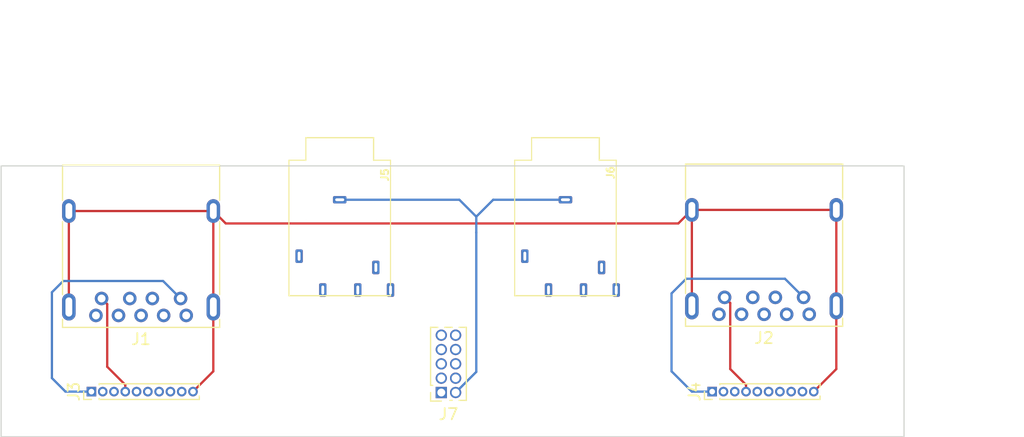
<source format=kicad_pcb>
(kicad_pcb (version 20231231) (generator "pcbnew") (generator_version "7.99")
  (layers (0 "F.Cu" signal) (1 "In1.Cu" signal) (2 "In2.Cu" signal) (31 "B.Cu" signal) (34 "B.Paste" user) (35 "F.Paste" user) (36 "B.SilkS" user "B.Silkscreen") (37 "F.SilkS" user "F.Silkscreen") (38 "B.Mask" user) (39 "F.Mask" user) (44 "Edge.Cuts" user))
  (net 0 "")
  (net 1 "Net-(J1-VBUS)")
  (net 2 "Net-(J1-GND)")
  (net 3 "Net-(J1-DRAIN)")
  (net 4 "GND")
  (net 5 "Net-(J2-VBUS)")
  (net 6 "Net-(J2-DRAIN)")
  (net 8 "Net-(J2-GND)")
  (net 9 "/Net-J1-D-")
  (net 10 "/Net-J1-D+")
  (net 11 "/Net-J1-SSRX-")
  (net 12 "/Net-J1-SSRX+")
  (net 13 "/Net-J1-SSTX-")
  (net 14 "/Net-J1-SSTX+")
  (net 15 "/Net-J2-D-")
  (net 16 "/Net-J2-D+")
  (net 17 "/Net-J2-SSRX-")
  (net 18 "/Net-J2-SSRX+")
  (net 19 "/Net-J2-SSTX-")
  (net 20 "/Net-J2-SSTX+")
  (net 21 "Net-(J5-L)")
  (net 25 "Net-(J7-Pin_6)")
  (net 26 "Net-(J7-Pin_7)")
  (net 27 "Net-(J5-GND)")
  (net 28 "Net-(J5-R)")
  (net 29 "Net-(J7-Pin_10)")
  (net 30 "Net-(J6-L)")
  (net 31 "Net-(J6-R)")
  (footprint "Connector_USB:USB3_A_Molex_48393-001" (layer "F.Cu") (at 67.7 63.55 180)
    (property "Reference" "J1" (at 3.5 -3.6 0) (layer "F.SilkS"))
    (property "Value" "USB3_A")
    (fp_line (start 10.46 11.81) (end 10.46 8.7) (stroke (width 0.12)) (layer "F.SilkS"))
    (fp_line (start 10.46 6.8) (end 10.46 0.35) (stroke (width 0.12)) (layer "F.SilkS"))
    (fp_line (start 10.46 -2.56) (end 10.46 -1.85) (stroke (width 0.12)) (layer "F.SilkS"))
    (fp_line (start -3.46 11.81) (end 10.46 11.81) (stroke (width 0.12)) (layer "F.SilkS"))
    (fp_line (start -3.46 11.81) (end -3.46 8.7) (stroke (width 0.12)) (layer "F.SilkS"))
    (fp_line (start -3.46 6.8) (end -3.46 0.35) (stroke (width 0.12)) (layer "F.SilkS"))
    (fp_line (start -3.46 -2.56) (end 10.46 -2.56) (stroke (width 0.12)) (layer "F.SilkS"))
    (fp_line (start -3.46 -2.56) (end -3.46 -1.85) (stroke (width 0.12)) (layer "F.SilkS"))
    (pad "1" thru_hole circle (at 0 0 180) (size 1.2 1.2) (drill 0.7) (layers "*.Cu" "*.Mask") (net 1 "Net-(J1-VBUS)"))
    (pad "2" thru_hole circle (at 2.5 0 180) (size 1.2 1.2) (drill 0.7) (layers "*.Cu" "*.Mask") (net 9 "/Net-J1-D-"))
    (pad "3" thru_hole circle (at 4.5 0 180) (size 1.2 1.2) (drill 0.7) (layers "*.Cu" "*.Mask") (net 10 "/Net-J1-D+"))
    (pad "4" thru_hole circle (at 7 0 180) (size 1.2 1.2) (drill 0.7) (layers "*.Cu" "*.Mask") (net 2 "Net-(J1-GND)"))
    (pad "5" thru_hole circle (at 7.5 -1.5 180) (size 1.2 1.2) (drill 0.7) (layers "*.Cu" "*.Mask") (net 11 "/Net-J1-SSRX-"))
    (pad "6" thru_hole circle (at 5.5 -1.5 180) (size 1.2 1.2) (drill 0.7) (layers "*.Cu" "*.Mask") (net 12 "/Net-J1-SSRX+"))
    (pad "7" thru_hole circle (at 3.5 -1.5 180) (size 1.2 1.2) (drill 0.7) (layers "*.Cu" "*.Mask") (net 3 "Net-(J1-DRAIN)"))
    (pad "8" thru_hole circle (at 1.5 -1.5 180) (size 1.2 1.2) (drill 0.7) (layers "*.Cu" "*.Mask") (net 13 "/Net-J1-SSTX-"))
    (pad "9" thru_hole circle (at -0.5 -1.5 180) (size 1.2 1.2) (drill 0.7) (layers "*.Cu" "*.Mask") (net 14 "/Net-J1-SSTX+"))
    (pad "10" thru_hole oval (at -2.9 -0.75 180) (size 1.2 2.4) (drill oval 0.6 1.7) (layers "*.Cu" "*.Mask") (net 4 "GND"))
    (pad "10" thru_hole oval (at -2.9 7.75 180) (size 1.2 2.1) (drill oval 0.6 1.4) (layers "*.Cu" "*.Mask") (net 4 "GND"))
    (pad "10" thru_hole oval (at 9.9 -0.75 180) (size 1.2 2.4) (drill oval 0.6 1.7) (layers "*.Cu" "*.Mask") (net 4 "GND"))
    (pad "10" thru_hole oval (at 9.9 7.75 180) (size 1.2 2.1) (drill oval 0.6 1.4) (layers "*.Cu" "*.Mask") (net 4 "GND"))
  )
  (footprint "Connector_PinSocket_1.27mm:PinSocket_2x05_P1.27mm_Vertical" (layer "F.Cu") (at 90.8 71.88 180)
    (property "Reference" "J7" (at -0.635 -1.92 180) (layer "F.SilkS"))
    (property "Value" "Conn_02x05_Odd_Even")
    (fp_line (start 0.95 0.635) (end 0.95 5.775) (stroke (width 0.12)) (layer "F.SilkS"))
    (fp_line (start 0.95 -0.76) (end 0.95 0) (stroke (width 0.12)) (layer "F.SilkS"))
    (fp_line (start 0.76 0.635) (end 0.95 0.635) (stroke (width 0.12)) (layer "F.SilkS"))
    (fp_line (start 0.30753 5.775) (end 0.95 5.775) (stroke (width 0.12)) (layer "F.SilkS"))
    (fp_line (start 0 -0.76) (end 0.95 -0.76) (stroke (width 0.12)) (layer "F.SilkS"))
    (fp_line (start -0.96247 5.775) (end -0.30753 5.775) (stroke (width 0.12)) (layer "F.SilkS"))
    (fp_line (start -0.96247 -0.695) (end -0.76 -0.695) (stroke (width 0.12)) (layer "F.SilkS"))
    (fp_line (start -2.22 5.775) (end -1.57753 5.775) (stroke (width 0.12)) (layer "F.SilkS"))
    (fp_line (start -2.22 -0.695) (end -1.57753 -0.695) (stroke (width 0.12)) (layer "F.SilkS"))
    (fp_line (start -2.22 -0.695) (end -2.22 5.775) (stroke (width 0.12)) (layer "F.SilkS"))
    (pad "1" thru_hole rect (at 0 0 180) (size 1 1) (drill 0.7) (layers "*.Cu" "*.Mask") (net 21 "Net-(J5-L)"))
    (pad "2" thru_hole oval (at -1.27 0 180) (size 1 1) (drill 0.7) (layers "*.Cu" "*.Mask") (net 27 "Net-(J5-GND)"))
    (pad "3" thru_hole oval (at 0 1.27 180) (size 1 1) (drill 0.7) (layers "*.Cu" "*.Mask") (net 28 "Net-(J5-R)"))
    (pad "4" thru_hole oval (at -1.27 1.27 180) (size 1 1) (drill 0.7) (layers "*.Cu" "*.Mask"))
    (pad "5" thru_hole oval (at 0 2.54 180) (size 1 1) (drill 0.7) (layers "*.Cu" "*.Mask") (net 30 "Net-(J6-L)"))
    (pad "6" thru_hole oval (at -1.27 2.54 180) (size 1 1) (drill 0.7) (layers "*.Cu" "*.Mask") (net 25 "Net-(J7-Pin_6)"))
    (pad "7" thru_hole oval (at 0 3.81 180) (size 1 1) (drill 0.7) (layers "*.Cu" "*.Mask") (net 26 "Net-(J7-Pin_7)"))
    (pad "8" thru_hole oval (at -1.27 3.81 180) (size 1 1) (drill 0.7) (layers "*.Cu" "*.Mask"))
    (pad "9" thru_hole oval (at 0 5.08 180) (size 1 1) (drill 0.7) (layers "*.Cu" "*.Mask") (net 31 "Net-(J6-R)"))
    (pad "10" thru_hole oval (at -1.27 5.08 180) (size 1 1) (drill 0.7) (layers "*.Cu" "*.Mask") (net 29 "Net-(J7-Pin_10)"))
  )
  (footprint "Connector_PinHeader_1.00mm:PinHeader_1x10_P1.00mm_Vertical" (layer "F.Cu") (at 59.8 71.8 90)
    (property "Reference" "J3" (at 0 -1.56 -90) (layer "F.SilkS"))
    (property "Value" "Conn_01x10")
    (fp_line (start -0.695 -0.685) (end 0 -0.685) (stroke (width 0.12)) (layer "F.SilkS"))
    (fp_line (start -0.695 0) (end -0.695 -0.685) (stroke (width 0.12)) (layer "F.SilkS"))
    (fp_line (start 0.695 0.685) (end 0.695 9.56) (stroke (width 0.12)) (layer "F.SilkS"))
    (fp_line (start 0.608276 0.685) (end 0.695 0.685) (stroke (width 0.12)) (layer "F.SilkS"))
    (fp_line (start -0.695 0.685) (end -0.608276 0.685) (stroke (width 0.12)) (layer "F.SilkS"))
    (fp_line (start -0.695 0.685) (end -0.695 9.56) (stroke (width 0.12)) (layer "F.SilkS"))
    (fp_line (start 0.394493 9.56) (end 0.695 9.56) (stroke (width 0.12)) (layer "F.SilkS"))
    (fp_line (start -0.695 9.56) (end -0.394493 9.56) (stroke (width 0.12)) (layer "F.SilkS"))
    (pad "1" thru_hole rect (at 0 0 90) (size 0.85 0.85) (drill 0.5) (layers "*.Cu" "*.Mask") (net 1 "Net-(J1-VBUS)"))
    (pad "2" thru_hole oval (at 0 1 90) (size 0.85 0.85) (drill 0.5) (layers "*.Cu" "*.Mask") (net 9 "/Net-J1-D-"))
    (pad "3" thru_hole oval (at 0 2 90) (size 0.85 0.85) (drill 0.5) (layers "*.Cu" "*.Mask") (net 10 "/Net-J1-D+"))
    (pad "4" thru_hole oval (at 0 3 90) (size 0.85 0.85) (drill 0.5) (layers "*.Cu" "*.Mask") (net 2 "Net-(J1-GND)"))
    (pad "5" thru_hole oval (at 0 4 90) (size 0.85 0.85) (drill 0.5) (layers "*.Cu" "*.Mask") (net 11 "/Net-J1-SSRX-"))
    (pad "6" thru_hole oval (at 0 5 90) (size 0.85 0.85) (drill 0.5) (layers "*.Cu" "*.Mask") (net 12 "/Net-J1-SSRX+"))
    (pad "7" thru_hole oval (at 0 6 90) (size 0.85 0.85) (drill 0.5) (layers "*.Cu" "*.Mask") (net 3 "Net-(J1-DRAIN)"))
    (pad "8" thru_hole oval (at 0 7 90) (size 0.85 0.85) (drill 0.5) (layers "*.Cu" "*.Mask") (net 13 "/Net-J1-SSTX-"))
    (pad "9" thru_hole oval (at 0 8 90) (size 0.85 0.85) (drill 0.5) (layers "*.Cu" "*.Mask") (net 14 "/Net-J1-SSTX+"))
    (pad "10" thru_hole oval (at 0 9 90) (size 0.85 0.85) (drill 0.5) (layers "*.Cu" "*.Mask") (net 4 "GND"))
  )
  (footprint "Connector_Audio_HDA:AudioJack_3.5mm_PJ-343" (layer "F.Cu") (at 101.8 57.8 -90)
    (property "Reference" "J6" (at -5.4 -4 90) (layer "F.SilkS") (effects (font (size 0.65 0.65))))
    (property "Value" "PJ-343")
    (fp_line (start -6.5 4.5) (end -6.5 3) (stroke (width 0.1)) (layer "F.SilkS"))
    (fp_line (start 5.5 4.5) (end -6.5 4.5) (stroke (width 0.1)) (layer "F.SilkS"))
    (fp_line (start -8.5 3) (end -6.5 3) (stroke (width 0.1)) (layer "F.SilkS"))
    (fp_line (start -8.5 3) (end -8.5 -3) (stroke (width 0.12)) (layer "F.SilkS"))
    (fp_line (start -8.5 -3) (end -6.5 -3) (stroke (width 0.12)) (layer "F.SilkS"))
    (fp_line (start -6.5 -4.5) (end -6.5 -3) (stroke (width 0.1)) (layer "F.SilkS"))
    (fp_line (start 5.5 -4.5) (end 5.5 4.5) (stroke (width 0.12)) (layer "F.SilkS"))
    (fp_line (start 5.5 -4.5) (end -6.5 -4.5) (stroke (width 0.1)) (layer "F.SilkS"))
    (pad "" np_thru_hole circle (at -2 -3.25 270) (size 1 1) (drill 1) (layers "F&B.Cu" "*.Mask"))
    (pad "" np_thru_hole circle (at -2 3 270) (size 1 1) (drill 1) (layers "F&B.Cu" "*.Mask"))
    (pad "2" thru_hole roundrect (at 5 1.5 270) (size 1.2 0.65) (drill oval 0.8 0.25) (layers "*.Cu" "*.Mask") (roundrect_rratio 0.2))
    (pad "3" thru_hole roundrect (at 3 -3.2 270) (size 1.2 0.65) (drill oval 0.8 0.25) (layers "*.Cu" "*.Mask") (roundrect_rratio 0.2) (net 26 "Net-(J7-Pin_7)"))
    (pad "4" thru_hole roundrect (at 5 -4.5 270) (size 1.2 0.65) (drill oval 0.8 0.25) (layers "*.Cu" "*.Mask") (roundrect_rratio 0.2) (net 29 "Net-(J7-Pin_10)"))
    (pad "5" thru_hole roundrect (at 2 3.6 270) (size 1.2 0.65) (drill oval 0.8 0.25) (layers "*.Cu" "*.Mask") (roundrect_rratio 0.2) (net 31 "Net-(J6-R)"))
    (pad "6" thru_hole roundrect (at 5 -1.6 270) (size 1.2 0.65) (drill oval 0.8 0.25) (layers "*.Cu" "*.Mask") (roundrect_rratio 0.2) (net 30 "Net-(J6-L)"))
    (pad "7" thru_hole roundrect (at -3 0) (size 1.2 0.65) (drill oval 0.8 0.25) (layers "*.Cu" "*.Mask") (roundrect_rratio 0.2) (net 27 "Net-(J5-GND)"))
  )
  (footprint "Connector_USB:USB3_A_Molex_48393-001" (layer "F.Cu") (at 122.9 63.45 180)
    (property "Reference" "J2" (at 3.5 -3.6 0) (layer "F.SilkS"))
    (property "Value" "USB3_A")
    (fp_line (start 10.46 11.81) (end 10.46 8.7) (stroke (width 0.12)) (layer "F.SilkS"))
    (fp_line (start 10.46 6.8) (end 10.46 0.35) (stroke (width 0.12)) (layer "F.SilkS"))
    (fp_line (start 10.46 -2.56) (end 10.46 -1.85) (stroke (width 0.12)) (layer "F.SilkS"))
    (fp_line (start -3.46 11.81) (end 10.46 11.81) (stroke (width 0.12)) (layer "F.SilkS"))
    (fp_line (start -3.46 11.81) (end -3.46 8.7) (stroke (width 0.12)) (layer "F.SilkS"))
    (fp_line (start -3.46 6.8) (end -3.46 0.35) (stroke (width 0.12)) (layer "F.SilkS"))
    (fp_line (start -3.46 -2.56) (end 10.46 -2.56) (stroke (width 0.12)) (layer "F.SilkS"))
    (fp_line (start -3.46 -2.56) (end -3.46 -1.85) (stroke (width 0.12)) (layer "F.SilkS"))
    (pad "1" thru_hole circle (at 0 0 180) (size 1.2 1.2) (drill 0.7) (layers "*.Cu" "*.Mask") (net 5 "Net-(J2-VBUS)"))
    (pad "2" thru_hole circle (at 2.5 0 180) (size 1.2 1.2) (drill 0.7) (layers "*.Cu" "*.Mask") (net 15 "/Net-J2-D-"))
    (pad "3" thru_hole circle (at 4.5 0 180) (size 1.2 1.2) (drill 0.7) (layers "*.Cu" "*.Mask") (net 16 "/Net-J2-D+"))
    (pad "4" thru_hole circle (at 7 0 180) (size 1.2 1.2) (drill 0.7) (layers "*.Cu" "*.Mask") (net 8 "Net-(J2-GND)"))
    (pad "5" thru_hole circle (at 7.5 -1.5 180) (size 1.2 1.2) (drill 0.7) (layers "*.Cu" "*.Mask") (net 17 "/Net-J2-SSRX-"))
    (pad "6" thru_hole circle (at 5.5 -1.5 180) (size 1.2 1.2) (drill 0.7) (layers "*.Cu" "*.Mask") (net 18 "/Net-J2-SSRX+"))
    (pad "7" thru_hole circle (at 3.5 -1.5 180) (size 1.2 1.2) (drill 0.7) (layers "*.Cu" "*.Mask") (net 6 "Net-(J2-DRAIN)"))
    (pad "8" thru_hole circle (at 1.5 -1.5 180) (size 1.2 1.2) (drill 0.7) (layers "*.Cu" "*.Mask") (net 19 "/Net-J2-SSTX-"))
    (pad "9" thru_hole circle (at -0.5 -1.5 180) (size 1.2 1.2) (drill 0.7) (layers "*.Cu" "*.Mask") (net 20 "/Net-J2-SSTX+"))
    (pad "10" thru_hole oval (at -2.9 -0.75 180) (size 1.2 2.4) (drill oval 0.6 1.7) (layers "*.Cu" "*.Mask") (net 4 "GND"))
    (pad "10" thru_hole oval (at -2.9 7.75 180) (size 1.2 2.1) (drill oval 0.6 1.4) (layers "*.Cu" "*.Mask") (net 4 "GND"))
    (pad "10" thru_hole oval (at 9.9 -0.75 180) (size 1.2 2.4) (drill oval 0.6 1.7) (layers "*.Cu" "*.Mask") (net 4 "GND"))
    (pad "10" thru_hole oval (at 9.9 7.75 180) (size 1.2 2.1) (drill oval 0.6 1.4) (layers "*.Cu" "*.Mask") (net 4 "GND"))
  )
  (footprint "Connector_PinHeader_1.00mm:PinHeader_1x10_P1.00mm_Vertical" (layer "F.Cu") (at 114.8 71.8 90)
    (property "Reference" "J4" (at 0 -1.56 -90) (layer "F.SilkS"))
    (property "Value" "Conn_01x10")
    (fp_line (start -0.695 -0.685) (end 0 -0.685) (stroke (width 0.12)) (layer "F.SilkS"))
    (fp_line (start -0.695 0) (end -0.695 -0.685) (stroke (width 0.12)) (layer "F.SilkS"))
    (fp_line (start 0.695 0.685) (end 0.695 9.56) (stroke (width 0.12)) (layer "F.SilkS"))
    (fp_line (start 0.608276 0.685) (end 0.695 0.685) (stroke (width 0.12)) (layer "F.SilkS"))
    (fp_line (start -0.695 0.685) (end -0.608276 0.685) (stroke (width 0.12)) (layer "F.SilkS"))
    (fp_line (start -0.695 0.685) (end -0.695 9.56) (stroke (width 0.12)) (layer "F.SilkS"))
    (fp_line (start 0.394493 9.56) (end 0.695 9.56) (stroke (width 0.12)) (layer "F.SilkS"))
    (fp_line (start -0.695 9.56) (end -0.394493 9.56) (stroke (width 0.12)) (layer "F.SilkS"))
    (pad "1" thru_hole rect (at 0 0 90) (size 0.85 0.85) (drill 0.5) (layers "*.Cu" "*.Mask") (net 5 "Net-(J2-VBUS)"))
    (pad "2" thru_hole oval (at 0 1 90) (size 0.85 0.85) (drill 0.5) (layers "*.Cu" "*.Mask") (net 15 "/Net-J2-D-"))
    (pad "3" thru_hole oval (at 0 2 90) (size 0.85 0.85) (drill 0.5) (layers "*.Cu" "*.Mask") (net 16 "/Net-J2-D+"))
    (pad "4" thru_hole oval (at 0 3 90) (size 0.85 0.85) (drill 0.5) (layers "*.Cu" "*.Mask") (net 8 "Net-(J2-GND)"))
    (pad "5" thru_hole oval (at 0 4 90) (size 0.85 0.85) (drill 0.5) (layers "*.Cu" "*.Mask") (net 17 "/Net-J2-SSRX-"))
    (pad "6" thru_hole oval (at 0 5 90) (size 0.85 0.85) (drill 0.5) (layers "*.Cu" "*.Mask") (net 18 "/Net-J2-SSRX+"))
    (pad "7" thru_hole oval (at 0 6 90) (size 0.85 0.85) (drill 0.5) (layers "*.Cu" "*.Mask") (net 6 "Net-(J2-DRAIN)"))
    (pad "8" thru_hole oval (at 0 7 90) (size 0.85 0.85) (drill 0.5) (layers "*.Cu" "*.Mask") (net 19 "/Net-J2-SSTX-"))
    (pad "9" thru_hole oval (at 0 8 90) (size 0.85 0.85) (drill 0.5) (layers "*.Cu" "*.Mask") (net 20 "/Net-J2-SSTX+"))
    (pad "10" thru_hole oval (at 0 9 90) (size 0.85 0.85) (drill 0.5) (layers "*.Cu" "*.Mask") (net 4 "GND"))
  )
  (footprint "Connector_Audio_HDA:AudioJack_3.5mm_PJ-343" (layer "F.Cu") (at 81.8 57.8 -90)
    (property "Reference" "J5" (at -5.2 -4 90) (layer "F.SilkS") (effects (font (size 0.65 0.65))))
    (property "Value" "PJ-343")
    (fp_line (start -6.5 4.5) (end -6.5 3) (stroke (width 0.1)) (layer "F.SilkS"))
    (fp_line (start 5.5 4.5) (end -6.5 4.5) (stroke (width 0.1)) (layer "F.SilkS"))
    (fp_line (start -8.5 3) (end -6.5 3) (stroke (width 0.1)) (layer "F.SilkS"))
    (fp_line (start -8.5 3) (end -8.5 -3) (stroke (width 0.12)) (layer "F.SilkS"))
    (fp_line (start -8.5 -3) (end -6.5 -3) (stroke (width 0.12)) (layer "F.SilkS"))
    (fp_line (start -6.5 -4.5) (end -6.5 -3) (stroke (width 0.1)) (layer "F.SilkS"))
    (fp_line (start 5.5 -4.5) (end 5.5 4.5) (stroke (width 0.12)) (layer "F.SilkS"))
    (fp_line (start 5.5 -4.5) (end -6.5 -4.5) (stroke (width 0.1)) (layer "F.SilkS"))
    (pad "" np_thru_hole circle (at -2 -3.25 270) (size 1 1) (drill 1) (layers "F&B.Cu" "*.Mask"))
    (pad "" np_thru_hole circle (at -2 3 270) (size 1 1) (drill 1) (layers "F&B.Cu" "*.Mask"))
    (pad "2" thru_hole roundrect (at 5 1.5 270) (size 1.2 0.65) (drill oval 0.8 0.25) (layers "*.Cu" "*.Mask") (roundrect_rratio 0.2))
    (pad "3" thru_hole roundrect (at 3 -3.2 270) (size 1.2 0.65) (drill oval 0.8 0.25) (layers "*.Cu" "*.Mask") (roundrect_rratio 0.2) (net 26 "Net-(J7-Pin_7)"))
    (pad "4" thru_hole roundrect (at 5 -4.5 270) (size 1.2 0.65) (drill oval 0.8 0.25) (layers "*.Cu" "*.Mask") (roundrect_rratio 0.2) (net 25 "Net-(J7-Pin_6)"))
    (pad "5" thru_hole roundrect (at 2 3.6 270) (size 1.2 0.65) (drill oval 0.8 0.25) (layers "*.Cu" "*.Mask") (roundrect_rratio 0.2) (net 28 "Net-(J5-R)"))
    (pad "6" thru_hole roundrect (at 5 -1.6 270) (size 1.2 0.65) (drill oval 0.8 0.25) (layers "*.Cu" "*.Mask") (roundrect_rratio 0.2) (net 21 "Net-(J5-L)"))
    (pad "7" thru_hole roundrect (at -3 0) (size 1.2 0.65) (drill oval 0.8 0.25) (layers "*.Cu" "*.Mask") (roundrect_rratio 0.2) (net 27 "Net-(J5-GND)"))
  )
  (gr_rect (start 51.8 51.8) (end 131.8 75.8) (stroke (width 0.1)) (fill none) (layer "Edge.Cuts"))
  (segment (start 66.15 62) (end 57.3 62) (width 0.2) (layer "B.Cu") (net 1))
  (segment (start 57.3 62) (end 56.3 63) (width 0.2) (layer "B.Cu") (net 1))
  (segment (start 67.7 63.55) (end 66.15 62) (width 0.2) (layer "B.Cu") (net 1))
  (segment (start 56.3 63) (end 56.3 70.6) (width 0.2) (layer "B.Cu") (net 1))
  (segment (start 56.3 70.6) (end 57.5 71.8) (width 0.2) (layer "B.Cu") (net 1))
  (segment (start 57.5 71.8) (end 59.8 71.8) (width 0.2) (layer "B.Cu") (net 1))
  (segment (start 60.7 63.55) (end 61.2 64.05) (width 0.2) (layer "F.Cu") (net 2))
  (segment (start 61.2 64.05) (end 61.2 69.59896) (width 0.2) (layer "F.Cu") (net 2))
  (segment (start 62.8 71.19896) (end 62.8 71.8) (width 0.2) (layer "F.Cu") (net 2))
  (segment (start 61.2 69.59896) (end 62.8 71.19896) (width 0.2) (layer "F.Cu") (net 2))
  (segment (start 125.8 64.2) (end 125.8 69.8) (width 0.2) (layer "F.Cu") (net 4))
  (segment (start 70.6 64.3) (end 70.6 70) (width 0.2) (layer "F.Cu") (net 4))
  (segment (start 111.8 56.9) (end 71.7 56.9) (width 0.2) (layer "F.Cu") (net 4))
  (segment (start 57.8 55.8) (end 57.8 64.3) (width 0.2) (layer "F.Cu") (net 4))
  (segment (start 113 55.7) (end 111.8 56.9) (width 0.2) (layer "F.Cu") (net 4))
  (segment (start 125.8 69.8) (end 123.8 71.8) (width 0.2) (layer "F.Cu") (net 4))
  (segment (start 125.8 55.7) (end 125.8 64.2) (width 0.2) (layer "F.Cu") (net 4))
  (segment (start 57.8 55.8) (end 70.6 55.8) (width 0.2) (layer "F.Cu") (net 4))
  (segment (start 113 55.7) (end 125.8 55.7) (width 0.2) (layer "F.Cu") (net 4))
  (segment (start 113 55.7) (end 113 64.2) (width 0.2) (layer "F.Cu") (net 4))
  (segment (start 71.7 56.9) (end 70.6 55.8) (width 0.2) (layer "F.Cu") (net 4))
  (segment (start 70.6 70) (end 68.8 71.8) (width 0.2) (layer "F.Cu") (net 4))
  (segment (start 70.6 55.8) (end 70.6 64.3) (width 0.2) (layer "F.Cu") (net 4))
  (segment (start 121.25 61.8) (end 122.9 63.45) (width 0.2) (layer "B.Cu") (net 5))
  (segment (start 114.8 71.8) (end 113 71.8) (width 0.2) (layer "B.Cu") (net 5))
  (segment (start 113 71.8) (end 111.2 70) (width 0.2) (layer "B.Cu") (net 5))
  (segment (start 111.2 63.1) (end 112.5 61.8) (width 0.2) (layer "B.Cu") (net 5))
  (segment (start 112.5 61.8) (end 121.25 61.8) (width 0.2) (layer "B.Cu") (net 5))
  (segment (start 111.2 70) (end 111.2 63.1) (width 0.2) (layer "B.Cu") (net 5))
  (segment (start 116.4 63.95) (end 116.4 69.79896) (width 0.2) (layer "F.Cu") (net 8))
  (segment (start 115.9 63.45) (end 116.4 63.95) (width 0.2) (layer "F.Cu") (net 8))
  (segment (start 116.4 69.79896) (end 117.8 71.19896) (width 0.2) (layer "F.Cu") (net 8))
  (segment (start 117.8 71.19896) (end 117.8 71.8) (width 0.2) (layer "F.Cu") (net 8))
  (segment (start 81.8 54.8) (end 92.4 54.8) (width 0.2) (layer "B.Cu") (net 27))
  (segment (start 93.9 70.05) (end 92.07 71.88) (width 0.2) (layer "B.Cu") (net 27))
  (segment (start 93.9 57.7) (end 93.9 70.05) (width 0.2) (layer "B.Cu") (net 27))
  (segment (start 101.8 54.8) (end 95.4 54.8) (width 0.2) (layer "B.Cu") (net 27))
  (segment (start 95.4 54.8) (end 93.9 56.3) (width 0.2) (layer "B.Cu") (net 27))
  (segment (start 93.9 56.3) (end 93.9 57.7) (width 0.2) (layer "B.Cu") (net 27))
  (segment (start 92.4 54.8) (end 93.9 56.3) (width 0.2) (layer "B.Cu") (net 27))
)
</source>
